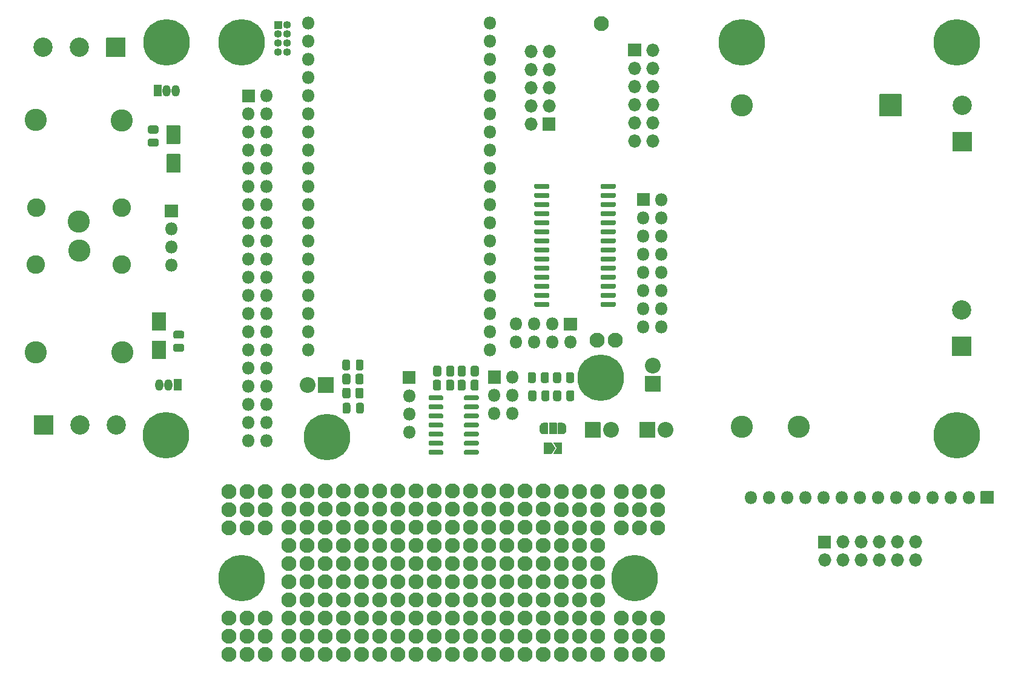
<source format=gbr>
G04 #@! TF.GenerationSoftware,KiCad,Pcbnew,(5.1.9)-1*
G04 #@! TF.CreationDate,2021-05-05T14:43:55+02:00*
G04 #@! TF.ProjectId,MTDevBoard,4d544465-7642-46f6-9172-642e6b696361,rev?*
G04 #@! TF.SameCoordinates,Original*
G04 #@! TF.FileFunction,Soldermask,Top*
G04 #@! TF.FilePolarity,Negative*
%FSLAX46Y46*%
G04 Gerber Fmt 4.6, Leading zero omitted, Abs format (unit mm)*
G04 Created by KiCad (PCBNEW (5.1.9)-1) date 2021-05-05 14:43:55*
%MOMM*%
%LPD*%
G01*
G04 APERTURE LIST*
%ADD10O,1.829200X1.829200*%
%ADD11O,1.102000X1.102000*%
%ADD12C,2.100980*%
%ADD13O,1.802000X1.802000*%
%ADD14C,0.100000*%
%ADD15C,2.202000*%
%ADD16C,6.502000*%
%ADD17C,3.102000*%
%ADD18C,2.602000*%
%ADD19C,2.702000*%
%ADD20O,1.152000X1.602000*%
G04 APERTURE END LIST*
D10*
X100030000Y-40570000D03*
X102570000Y-40570000D03*
X100030000Y-43110000D03*
X102570000Y-43110000D03*
X100030000Y-45650000D03*
X102570000Y-45650000D03*
X100030000Y-48190000D03*
X102570000Y-48190000D03*
X100030000Y-50730000D03*
G36*
G01*
X103484600Y-49866400D02*
X103484600Y-51593600D01*
G75*
G02*
X103433600Y-51644600I-51000J0D01*
G01*
X101706400Y-51644600D01*
G75*
G02*
X101655400Y-51593600I0J51000D01*
G01*
X101655400Y-49866400D01*
G75*
G02*
X101706400Y-49815400I51000J0D01*
G01*
X103433600Y-49815400D01*
G75*
G02*
X103484600Y-49866400I0J-51000D01*
G01*
G37*
G36*
G01*
X50950000Y-53541000D02*
X49150000Y-53541000D01*
G75*
G02*
X49099000Y-53490000I0J51000D01*
G01*
X49099000Y-50990000D01*
G75*
G02*
X49150000Y-50939000I51000J0D01*
G01*
X50950000Y-50939000D01*
G75*
G02*
X51001000Y-50990000I0J-51000D01*
G01*
X51001000Y-53490000D01*
G75*
G02*
X50950000Y-53541000I-51000J0D01*
G01*
G37*
G36*
G01*
X50950000Y-57541000D02*
X49150000Y-57541000D01*
G75*
G02*
X49099000Y-57490000I0J51000D01*
G01*
X49099000Y-54990000D01*
G75*
G02*
X49150000Y-54939000I51000J0D01*
G01*
X50950000Y-54939000D01*
G75*
G02*
X51001000Y-54990000I0J-51000D01*
G01*
X51001000Y-57490000D01*
G75*
G02*
X50950000Y-57541000I-51000J0D01*
G01*
G37*
G36*
G01*
X47140000Y-81039000D02*
X48940000Y-81039000D01*
G75*
G02*
X48991000Y-81090000I0J-51000D01*
G01*
X48991000Y-83590000D01*
G75*
G02*
X48940000Y-83641000I-51000J0D01*
G01*
X47140000Y-83641000D01*
G75*
G02*
X47089000Y-83590000I0J51000D01*
G01*
X47089000Y-81090000D01*
G75*
G02*
X47140000Y-81039000I51000J0D01*
G01*
G37*
G36*
G01*
X47140000Y-77039000D02*
X48940000Y-77039000D01*
G75*
G02*
X48991000Y-77090000I0J-51000D01*
G01*
X48991000Y-79590000D01*
G75*
G02*
X48940000Y-79641000I-51000J0D01*
G01*
X47140000Y-79641000D01*
G75*
G02*
X47089000Y-79590000I0J51000D01*
G01*
X47089000Y-77090000D01*
G75*
G02*
X47140000Y-77039000I51000J0D01*
G01*
G37*
D11*
X65960000Y-40680000D03*
X64690000Y-40680000D03*
X65960000Y-39410000D03*
X64690000Y-39410000D03*
X65960000Y-38140000D03*
X64690000Y-38140000D03*
X65960000Y-36870000D03*
G36*
G01*
X64139000Y-37370000D02*
X64139000Y-36370000D01*
G75*
G02*
X64190000Y-36319000I51000J0D01*
G01*
X65190000Y-36319000D01*
G75*
G02*
X65241000Y-36370000I0J-51000D01*
G01*
X65241000Y-37370000D01*
G75*
G02*
X65190000Y-37421000I-51000J0D01*
G01*
X64190000Y-37421000D01*
G75*
G02*
X64139000Y-37370000I0J51000D01*
G01*
G37*
G36*
G01*
X140236400Y-108285400D02*
X141963600Y-108285400D01*
G75*
G02*
X142014600Y-108336400I0J-51000D01*
G01*
X142014600Y-110063600D01*
G75*
G02*
X141963600Y-110114600I-51000J0D01*
G01*
X140236400Y-110114600D01*
G75*
G02*
X140185400Y-110063600I0J51000D01*
G01*
X140185400Y-108336400D01*
G75*
G02*
X140236400Y-108285400I51000J0D01*
G01*
G37*
D10*
X141100000Y-111740000D03*
X143640000Y-109200000D03*
X143640000Y-111740000D03*
X146180000Y-109200000D03*
X146180000Y-111740000D03*
X148720000Y-109200000D03*
X148720000Y-111740000D03*
X151260000Y-109200000D03*
X151260000Y-111740000D03*
X153800000Y-109200000D03*
X153800000Y-111740000D03*
D12*
X109900000Y-36670000D03*
G36*
G01*
X113615400Y-41253600D02*
X113615400Y-39526400D01*
G75*
G02*
X113666400Y-39475400I51000J0D01*
G01*
X115393600Y-39475400D01*
G75*
G02*
X115444600Y-39526400I0J-51000D01*
G01*
X115444600Y-41253600D01*
G75*
G02*
X115393600Y-41304600I-51000J0D01*
G01*
X113666400Y-41304600D01*
G75*
G02*
X113615400Y-41253600I0J51000D01*
G01*
G37*
D10*
X117070000Y-40390000D03*
X114530000Y-42930000D03*
X117070000Y-42930000D03*
X114530000Y-45470000D03*
X117070000Y-45470000D03*
X114530000Y-48010000D03*
X117070000Y-48010000D03*
X114530000Y-50550000D03*
X117070000Y-50550000D03*
X114530000Y-53090000D03*
X117070000Y-53090000D03*
D13*
X68900000Y-82360000D03*
X94300000Y-82360000D03*
X68900000Y-79820000D03*
X94300000Y-79820000D03*
X68900000Y-77280000D03*
X94300000Y-77280000D03*
X68900000Y-74740000D03*
X94300000Y-74740000D03*
X68900000Y-72200000D03*
X94300000Y-72200000D03*
X68900000Y-69660000D03*
X94300000Y-69660000D03*
X68900000Y-67120000D03*
X94300000Y-67120000D03*
X68900000Y-64580000D03*
X94300000Y-64580000D03*
X68900000Y-62040000D03*
X94300000Y-62040000D03*
X68900000Y-59500000D03*
X94300000Y-59500000D03*
X68900000Y-56960000D03*
X94300000Y-56960000D03*
X68900000Y-54420000D03*
X94300000Y-54420000D03*
X68900000Y-51880000D03*
X94300000Y-51880000D03*
X68900000Y-49340000D03*
X94300000Y-49340000D03*
X68900000Y-46800000D03*
X94300000Y-46800000D03*
X68900000Y-44260000D03*
X94300000Y-44260000D03*
X68900000Y-41720000D03*
X94300000Y-41720000D03*
X68900000Y-39180000D03*
X94300000Y-39180000D03*
X68900000Y-36640000D03*
X94300000Y-36640000D03*
D12*
X109272000Y-80960000D03*
X111812000Y-80960000D03*
G36*
G01*
X102573000Y-94080000D02*
X102573000Y-92580000D01*
G75*
G02*
X102624000Y-92529000I51000J0D01*
G01*
X103624000Y-92529000D01*
G75*
G02*
X103675000Y-92580000I0J-51000D01*
G01*
X103675000Y-94080000D01*
G75*
G02*
X103624000Y-94131000I-51000J0D01*
G01*
X102624000Y-94131000D01*
G75*
G02*
X102573000Y-94080000I0J51000D01*
G01*
G37*
D14*
G36*
X104430112Y-92529602D02*
G01*
X104448534Y-92529602D01*
X104453533Y-92529848D01*
X104502364Y-92534658D01*
X104507314Y-92535392D01*
X104555439Y-92544964D01*
X104560295Y-92546180D01*
X104607250Y-92560424D01*
X104611961Y-92562110D01*
X104657294Y-92580887D01*
X104661820Y-92583027D01*
X104705093Y-92606158D01*
X104709384Y-92608731D01*
X104750183Y-92635991D01*
X104754204Y-92638973D01*
X104792133Y-92670101D01*
X104795841Y-92673462D01*
X104830538Y-92708159D01*
X104833899Y-92711867D01*
X104865027Y-92749796D01*
X104868009Y-92753817D01*
X104895269Y-92794616D01*
X104897842Y-92798907D01*
X104920973Y-92842180D01*
X104923113Y-92846706D01*
X104941890Y-92892039D01*
X104943576Y-92896750D01*
X104957820Y-92943705D01*
X104959036Y-92948561D01*
X104968608Y-92996686D01*
X104969342Y-93001636D01*
X104974152Y-93050467D01*
X104974398Y-93055466D01*
X104974398Y-93073888D01*
X104975000Y-93080000D01*
X104975000Y-93580000D01*
X104974398Y-93586112D01*
X104974398Y-93604534D01*
X104974152Y-93609533D01*
X104969342Y-93658364D01*
X104968608Y-93663314D01*
X104959036Y-93711439D01*
X104957820Y-93716295D01*
X104943576Y-93763250D01*
X104941890Y-93767961D01*
X104923113Y-93813294D01*
X104920973Y-93817820D01*
X104897842Y-93861093D01*
X104895269Y-93865384D01*
X104868009Y-93906183D01*
X104865027Y-93910204D01*
X104833899Y-93948133D01*
X104830538Y-93951841D01*
X104795841Y-93986538D01*
X104792133Y-93989899D01*
X104754204Y-94021027D01*
X104750183Y-94024009D01*
X104709384Y-94051269D01*
X104705093Y-94053842D01*
X104661820Y-94076973D01*
X104657294Y-94079113D01*
X104611961Y-94097890D01*
X104607250Y-94099576D01*
X104560295Y-94113820D01*
X104555439Y-94115036D01*
X104507314Y-94124608D01*
X104502364Y-94125342D01*
X104453533Y-94130152D01*
X104448534Y-94130398D01*
X104430112Y-94130398D01*
X104424000Y-94131000D01*
X103874000Y-94131000D01*
X103864050Y-94130020D01*
X103854483Y-94127118D01*
X103845666Y-94122405D01*
X103837938Y-94116062D01*
X103831595Y-94108334D01*
X103826882Y-94099517D01*
X103823980Y-94089950D01*
X103823000Y-94080000D01*
X103823000Y-92580000D01*
X103823980Y-92570050D01*
X103826882Y-92560483D01*
X103831595Y-92551666D01*
X103837938Y-92543938D01*
X103845666Y-92537595D01*
X103854483Y-92532882D01*
X103864050Y-92529980D01*
X103874000Y-92529000D01*
X104424000Y-92529000D01*
X104430112Y-92529602D01*
G37*
G36*
X102383950Y-92529980D02*
G01*
X102393517Y-92532882D01*
X102402334Y-92537595D01*
X102410062Y-92543938D01*
X102416405Y-92551666D01*
X102421118Y-92560483D01*
X102424020Y-92570050D01*
X102425000Y-92580000D01*
X102425000Y-94080000D01*
X102424020Y-94089950D01*
X102421118Y-94099517D01*
X102416405Y-94108334D01*
X102410062Y-94116062D01*
X102402334Y-94122405D01*
X102393517Y-94127118D01*
X102383950Y-94130020D01*
X102374000Y-94131000D01*
X101824000Y-94131000D01*
X101817888Y-94130398D01*
X101799466Y-94130398D01*
X101794467Y-94130152D01*
X101745636Y-94125342D01*
X101740686Y-94124608D01*
X101692561Y-94115036D01*
X101687705Y-94113820D01*
X101640750Y-94099576D01*
X101636039Y-94097890D01*
X101590706Y-94079113D01*
X101586180Y-94076973D01*
X101542907Y-94053842D01*
X101538616Y-94051269D01*
X101497817Y-94024009D01*
X101493796Y-94021027D01*
X101455867Y-93989899D01*
X101452159Y-93986538D01*
X101417462Y-93951841D01*
X101414101Y-93948133D01*
X101382973Y-93910204D01*
X101379991Y-93906183D01*
X101352731Y-93865384D01*
X101350158Y-93861093D01*
X101327027Y-93817820D01*
X101324887Y-93813294D01*
X101306110Y-93767961D01*
X101304424Y-93763250D01*
X101290180Y-93716295D01*
X101288964Y-93711439D01*
X101279392Y-93663314D01*
X101278658Y-93658364D01*
X101273848Y-93609533D01*
X101273602Y-93604534D01*
X101273602Y-93586112D01*
X101273000Y-93580000D01*
X101273000Y-93080000D01*
X101273602Y-93073888D01*
X101273602Y-93055466D01*
X101273848Y-93050467D01*
X101278658Y-93001636D01*
X101279392Y-92996686D01*
X101288964Y-92948561D01*
X101290180Y-92943705D01*
X101304424Y-92896750D01*
X101306110Y-92892039D01*
X101324887Y-92846706D01*
X101327027Y-92842180D01*
X101350158Y-92798907D01*
X101352731Y-92794616D01*
X101379991Y-92753817D01*
X101382973Y-92749796D01*
X101414101Y-92711867D01*
X101417462Y-92708159D01*
X101452159Y-92673462D01*
X101455867Y-92670101D01*
X101493796Y-92638973D01*
X101497817Y-92635991D01*
X101538616Y-92608731D01*
X101542907Y-92606158D01*
X101586180Y-92583027D01*
X101590706Y-92580887D01*
X101636039Y-92562110D01*
X101640750Y-92560424D01*
X101687705Y-92546180D01*
X101692561Y-92544964D01*
X101740686Y-92535392D01*
X101745636Y-92534658D01*
X101794467Y-92529848D01*
X101799466Y-92529602D01*
X101817888Y-92529602D01*
X101824000Y-92529000D01*
X102374000Y-92529000D01*
X102383950Y-92529980D01*
G37*
D13*
X83020000Y-93820000D03*
X83020000Y-91280000D03*
X83020000Y-88740000D03*
G36*
G01*
X82119000Y-87050000D02*
X82119000Y-85350000D01*
G75*
G02*
X82170000Y-85299000I51000J0D01*
G01*
X83870000Y-85299000D01*
G75*
G02*
X83921000Y-85350000I0J-51000D01*
G01*
X83921000Y-87050000D01*
G75*
G02*
X83870000Y-87101000I-51000J0D01*
G01*
X82170000Y-87101000D01*
G75*
G02*
X82119000Y-87050000I0J51000D01*
G01*
G37*
X97480000Y-91210000D03*
X94940000Y-91210000D03*
X97480000Y-88670000D03*
X94940000Y-88670000D03*
X97480000Y-86130000D03*
G36*
G01*
X94039000Y-86980000D02*
X94039000Y-85280000D01*
G75*
G02*
X94090000Y-85229000I51000J0D01*
G01*
X95790000Y-85229000D01*
G75*
G02*
X95841000Y-85280000I0J-51000D01*
G01*
X95841000Y-86980000D01*
G75*
G02*
X95790000Y-87031000I-51000J0D01*
G01*
X94090000Y-87031000D01*
G75*
G02*
X94039000Y-86980000I0J51000D01*
G01*
G37*
G36*
G01*
X90689000Y-89215500D02*
X90689000Y-88864500D01*
G75*
G02*
X90864500Y-88689000I175500J0D01*
G01*
X92565500Y-88689000D01*
G75*
G02*
X92741000Y-88864500I0J-175500D01*
G01*
X92741000Y-89215500D01*
G75*
G02*
X92565500Y-89391000I-175500J0D01*
G01*
X90864500Y-89391000D01*
G75*
G02*
X90689000Y-89215500I0J175500D01*
G01*
G37*
G36*
G01*
X90689000Y-90485500D02*
X90689000Y-90134500D01*
G75*
G02*
X90864500Y-89959000I175500J0D01*
G01*
X92565500Y-89959000D01*
G75*
G02*
X92741000Y-90134500I0J-175500D01*
G01*
X92741000Y-90485500D01*
G75*
G02*
X92565500Y-90661000I-175500J0D01*
G01*
X90864500Y-90661000D01*
G75*
G02*
X90689000Y-90485500I0J175500D01*
G01*
G37*
G36*
G01*
X90689000Y-91755500D02*
X90689000Y-91404500D01*
G75*
G02*
X90864500Y-91229000I175500J0D01*
G01*
X92565500Y-91229000D01*
G75*
G02*
X92741000Y-91404500I0J-175500D01*
G01*
X92741000Y-91755500D01*
G75*
G02*
X92565500Y-91931000I-175500J0D01*
G01*
X90864500Y-91931000D01*
G75*
G02*
X90689000Y-91755500I0J175500D01*
G01*
G37*
G36*
G01*
X90689000Y-93025500D02*
X90689000Y-92674500D01*
G75*
G02*
X90864500Y-92499000I175500J0D01*
G01*
X92565500Y-92499000D01*
G75*
G02*
X92741000Y-92674500I0J-175500D01*
G01*
X92741000Y-93025500D01*
G75*
G02*
X92565500Y-93201000I-175500J0D01*
G01*
X90864500Y-93201000D01*
G75*
G02*
X90689000Y-93025500I0J175500D01*
G01*
G37*
G36*
G01*
X90689000Y-94295500D02*
X90689000Y-93944500D01*
G75*
G02*
X90864500Y-93769000I175500J0D01*
G01*
X92565500Y-93769000D01*
G75*
G02*
X92741000Y-93944500I0J-175500D01*
G01*
X92741000Y-94295500D01*
G75*
G02*
X92565500Y-94471000I-175500J0D01*
G01*
X90864500Y-94471000D01*
G75*
G02*
X90689000Y-94295500I0J175500D01*
G01*
G37*
G36*
G01*
X90689000Y-95565500D02*
X90689000Y-95214500D01*
G75*
G02*
X90864500Y-95039000I175500J0D01*
G01*
X92565500Y-95039000D01*
G75*
G02*
X92741000Y-95214500I0J-175500D01*
G01*
X92741000Y-95565500D01*
G75*
G02*
X92565500Y-95741000I-175500J0D01*
G01*
X90864500Y-95741000D01*
G75*
G02*
X90689000Y-95565500I0J175500D01*
G01*
G37*
G36*
G01*
X90689000Y-96835500D02*
X90689000Y-96484500D01*
G75*
G02*
X90864500Y-96309000I175500J0D01*
G01*
X92565500Y-96309000D01*
G75*
G02*
X92741000Y-96484500I0J-175500D01*
G01*
X92741000Y-96835500D01*
G75*
G02*
X92565500Y-97011000I-175500J0D01*
G01*
X90864500Y-97011000D01*
G75*
G02*
X90689000Y-96835500I0J175500D01*
G01*
G37*
G36*
G01*
X85739000Y-96835500D02*
X85739000Y-96484500D01*
G75*
G02*
X85914500Y-96309000I175500J0D01*
G01*
X87615500Y-96309000D01*
G75*
G02*
X87791000Y-96484500I0J-175500D01*
G01*
X87791000Y-96835500D01*
G75*
G02*
X87615500Y-97011000I-175500J0D01*
G01*
X85914500Y-97011000D01*
G75*
G02*
X85739000Y-96835500I0J175500D01*
G01*
G37*
G36*
G01*
X85739000Y-95565500D02*
X85739000Y-95214500D01*
G75*
G02*
X85914500Y-95039000I175500J0D01*
G01*
X87615500Y-95039000D01*
G75*
G02*
X87791000Y-95214500I0J-175500D01*
G01*
X87791000Y-95565500D01*
G75*
G02*
X87615500Y-95741000I-175500J0D01*
G01*
X85914500Y-95741000D01*
G75*
G02*
X85739000Y-95565500I0J175500D01*
G01*
G37*
G36*
G01*
X85739000Y-94295500D02*
X85739000Y-93944500D01*
G75*
G02*
X85914500Y-93769000I175500J0D01*
G01*
X87615500Y-93769000D01*
G75*
G02*
X87791000Y-93944500I0J-175500D01*
G01*
X87791000Y-94295500D01*
G75*
G02*
X87615500Y-94471000I-175500J0D01*
G01*
X85914500Y-94471000D01*
G75*
G02*
X85739000Y-94295500I0J175500D01*
G01*
G37*
G36*
G01*
X85739000Y-93025500D02*
X85739000Y-92674500D01*
G75*
G02*
X85914500Y-92499000I175500J0D01*
G01*
X87615500Y-92499000D01*
G75*
G02*
X87791000Y-92674500I0J-175500D01*
G01*
X87791000Y-93025500D01*
G75*
G02*
X87615500Y-93201000I-175500J0D01*
G01*
X85914500Y-93201000D01*
G75*
G02*
X85739000Y-93025500I0J175500D01*
G01*
G37*
G36*
G01*
X85739000Y-91755500D02*
X85739000Y-91404500D01*
G75*
G02*
X85914500Y-91229000I175500J0D01*
G01*
X87615500Y-91229000D01*
G75*
G02*
X87791000Y-91404500I0J-175500D01*
G01*
X87791000Y-91755500D01*
G75*
G02*
X87615500Y-91931000I-175500J0D01*
G01*
X85914500Y-91931000D01*
G75*
G02*
X85739000Y-91755500I0J175500D01*
G01*
G37*
G36*
G01*
X85739000Y-90485500D02*
X85739000Y-90134500D01*
G75*
G02*
X85914500Y-89959000I175500J0D01*
G01*
X87615500Y-89959000D01*
G75*
G02*
X87791000Y-90134500I0J-175500D01*
G01*
X87791000Y-90485500D01*
G75*
G02*
X87615500Y-90661000I-175500J0D01*
G01*
X85914500Y-90661000D01*
G75*
G02*
X85739000Y-90485500I0J175500D01*
G01*
G37*
G36*
G01*
X85739000Y-89215500D02*
X85739000Y-88864500D01*
G75*
G02*
X85914500Y-88689000I175500J0D01*
G01*
X87615500Y-88689000D01*
G75*
G02*
X87791000Y-88864500I0J-175500D01*
G01*
X87791000Y-89215500D01*
G75*
G02*
X87615500Y-89391000I-175500J0D01*
G01*
X85914500Y-89391000D01*
G75*
G02*
X85739000Y-89215500I0J175500D01*
G01*
G37*
X97940000Y-81260000D03*
X97940000Y-78720000D03*
X100480000Y-81260000D03*
X100480000Y-78720000D03*
X103020000Y-81260000D03*
X103020000Y-78720000D03*
X105560000Y-81260000D03*
G36*
G01*
X104710000Y-77819000D02*
X106410000Y-77819000D01*
G75*
G02*
X106461000Y-77870000I0J-51000D01*
G01*
X106461000Y-79570000D01*
G75*
G02*
X106410000Y-79621000I-51000J0D01*
G01*
X104710000Y-79621000D01*
G75*
G02*
X104659000Y-79570000I0J51000D01*
G01*
X104659000Y-77870000D01*
G75*
G02*
X104710000Y-77819000I51000J0D01*
G01*
G37*
G36*
G01*
X109774000Y-59625500D02*
X109774000Y-59274500D01*
G75*
G02*
X109949500Y-59099000I175500J0D01*
G01*
X111750500Y-59099000D01*
G75*
G02*
X111926000Y-59274500I0J-175500D01*
G01*
X111926000Y-59625500D01*
G75*
G02*
X111750500Y-59801000I-175500J0D01*
G01*
X109949500Y-59801000D01*
G75*
G02*
X109774000Y-59625500I0J175500D01*
G01*
G37*
G36*
G01*
X109774000Y-60895500D02*
X109774000Y-60544500D01*
G75*
G02*
X109949500Y-60369000I175500J0D01*
G01*
X111750500Y-60369000D01*
G75*
G02*
X111926000Y-60544500I0J-175500D01*
G01*
X111926000Y-60895500D01*
G75*
G02*
X111750500Y-61071000I-175500J0D01*
G01*
X109949500Y-61071000D01*
G75*
G02*
X109774000Y-60895500I0J175500D01*
G01*
G37*
G36*
G01*
X109774000Y-62165500D02*
X109774000Y-61814500D01*
G75*
G02*
X109949500Y-61639000I175500J0D01*
G01*
X111750500Y-61639000D01*
G75*
G02*
X111926000Y-61814500I0J-175500D01*
G01*
X111926000Y-62165500D01*
G75*
G02*
X111750500Y-62341000I-175500J0D01*
G01*
X109949500Y-62341000D01*
G75*
G02*
X109774000Y-62165500I0J175500D01*
G01*
G37*
G36*
G01*
X109774000Y-63435500D02*
X109774000Y-63084500D01*
G75*
G02*
X109949500Y-62909000I175500J0D01*
G01*
X111750500Y-62909000D01*
G75*
G02*
X111926000Y-63084500I0J-175500D01*
G01*
X111926000Y-63435500D01*
G75*
G02*
X111750500Y-63611000I-175500J0D01*
G01*
X109949500Y-63611000D01*
G75*
G02*
X109774000Y-63435500I0J175500D01*
G01*
G37*
G36*
G01*
X109774000Y-64705500D02*
X109774000Y-64354500D01*
G75*
G02*
X109949500Y-64179000I175500J0D01*
G01*
X111750500Y-64179000D01*
G75*
G02*
X111926000Y-64354500I0J-175500D01*
G01*
X111926000Y-64705500D01*
G75*
G02*
X111750500Y-64881000I-175500J0D01*
G01*
X109949500Y-64881000D01*
G75*
G02*
X109774000Y-64705500I0J175500D01*
G01*
G37*
G36*
G01*
X109774000Y-65975500D02*
X109774000Y-65624500D01*
G75*
G02*
X109949500Y-65449000I175500J0D01*
G01*
X111750500Y-65449000D01*
G75*
G02*
X111926000Y-65624500I0J-175500D01*
G01*
X111926000Y-65975500D01*
G75*
G02*
X111750500Y-66151000I-175500J0D01*
G01*
X109949500Y-66151000D01*
G75*
G02*
X109774000Y-65975500I0J175500D01*
G01*
G37*
G36*
G01*
X109774000Y-67245500D02*
X109774000Y-66894500D01*
G75*
G02*
X109949500Y-66719000I175500J0D01*
G01*
X111750500Y-66719000D01*
G75*
G02*
X111926000Y-66894500I0J-175500D01*
G01*
X111926000Y-67245500D01*
G75*
G02*
X111750500Y-67421000I-175500J0D01*
G01*
X109949500Y-67421000D01*
G75*
G02*
X109774000Y-67245500I0J175500D01*
G01*
G37*
G36*
G01*
X109774000Y-68515500D02*
X109774000Y-68164500D01*
G75*
G02*
X109949500Y-67989000I175500J0D01*
G01*
X111750500Y-67989000D01*
G75*
G02*
X111926000Y-68164500I0J-175500D01*
G01*
X111926000Y-68515500D01*
G75*
G02*
X111750500Y-68691000I-175500J0D01*
G01*
X109949500Y-68691000D01*
G75*
G02*
X109774000Y-68515500I0J175500D01*
G01*
G37*
G36*
G01*
X109774000Y-69785500D02*
X109774000Y-69434500D01*
G75*
G02*
X109949500Y-69259000I175500J0D01*
G01*
X111750500Y-69259000D01*
G75*
G02*
X111926000Y-69434500I0J-175500D01*
G01*
X111926000Y-69785500D01*
G75*
G02*
X111750500Y-69961000I-175500J0D01*
G01*
X109949500Y-69961000D01*
G75*
G02*
X109774000Y-69785500I0J175500D01*
G01*
G37*
G36*
G01*
X109774000Y-71055500D02*
X109774000Y-70704500D01*
G75*
G02*
X109949500Y-70529000I175500J0D01*
G01*
X111750500Y-70529000D01*
G75*
G02*
X111926000Y-70704500I0J-175500D01*
G01*
X111926000Y-71055500D01*
G75*
G02*
X111750500Y-71231000I-175500J0D01*
G01*
X109949500Y-71231000D01*
G75*
G02*
X109774000Y-71055500I0J175500D01*
G01*
G37*
G36*
G01*
X109774000Y-72325500D02*
X109774000Y-71974500D01*
G75*
G02*
X109949500Y-71799000I175500J0D01*
G01*
X111750500Y-71799000D01*
G75*
G02*
X111926000Y-71974500I0J-175500D01*
G01*
X111926000Y-72325500D01*
G75*
G02*
X111750500Y-72501000I-175500J0D01*
G01*
X109949500Y-72501000D01*
G75*
G02*
X109774000Y-72325500I0J175500D01*
G01*
G37*
G36*
G01*
X109774000Y-73595500D02*
X109774000Y-73244500D01*
G75*
G02*
X109949500Y-73069000I175500J0D01*
G01*
X111750500Y-73069000D01*
G75*
G02*
X111926000Y-73244500I0J-175500D01*
G01*
X111926000Y-73595500D01*
G75*
G02*
X111750500Y-73771000I-175500J0D01*
G01*
X109949500Y-73771000D01*
G75*
G02*
X109774000Y-73595500I0J175500D01*
G01*
G37*
G36*
G01*
X109774000Y-74865500D02*
X109774000Y-74514500D01*
G75*
G02*
X109949500Y-74339000I175500J0D01*
G01*
X111750500Y-74339000D01*
G75*
G02*
X111926000Y-74514500I0J-175500D01*
G01*
X111926000Y-74865500D01*
G75*
G02*
X111750500Y-75041000I-175500J0D01*
G01*
X109949500Y-75041000D01*
G75*
G02*
X109774000Y-74865500I0J175500D01*
G01*
G37*
G36*
G01*
X109774000Y-76135500D02*
X109774000Y-75784500D01*
G75*
G02*
X109949500Y-75609000I175500J0D01*
G01*
X111750500Y-75609000D01*
G75*
G02*
X111926000Y-75784500I0J-175500D01*
G01*
X111926000Y-76135500D01*
G75*
G02*
X111750500Y-76311000I-175500J0D01*
G01*
X109949500Y-76311000D01*
G75*
G02*
X109774000Y-76135500I0J175500D01*
G01*
G37*
G36*
G01*
X100474000Y-76135500D02*
X100474000Y-75784500D01*
G75*
G02*
X100649500Y-75609000I175500J0D01*
G01*
X102450500Y-75609000D01*
G75*
G02*
X102626000Y-75784500I0J-175500D01*
G01*
X102626000Y-76135500D01*
G75*
G02*
X102450500Y-76311000I-175500J0D01*
G01*
X100649500Y-76311000D01*
G75*
G02*
X100474000Y-76135500I0J175500D01*
G01*
G37*
G36*
G01*
X100474000Y-74865500D02*
X100474000Y-74514500D01*
G75*
G02*
X100649500Y-74339000I175500J0D01*
G01*
X102450500Y-74339000D01*
G75*
G02*
X102626000Y-74514500I0J-175500D01*
G01*
X102626000Y-74865500D01*
G75*
G02*
X102450500Y-75041000I-175500J0D01*
G01*
X100649500Y-75041000D01*
G75*
G02*
X100474000Y-74865500I0J175500D01*
G01*
G37*
G36*
G01*
X100474000Y-73595500D02*
X100474000Y-73244500D01*
G75*
G02*
X100649500Y-73069000I175500J0D01*
G01*
X102450500Y-73069000D01*
G75*
G02*
X102626000Y-73244500I0J-175500D01*
G01*
X102626000Y-73595500D01*
G75*
G02*
X102450500Y-73771000I-175500J0D01*
G01*
X100649500Y-73771000D01*
G75*
G02*
X100474000Y-73595500I0J175500D01*
G01*
G37*
G36*
G01*
X100474000Y-72325500D02*
X100474000Y-71974500D01*
G75*
G02*
X100649500Y-71799000I175500J0D01*
G01*
X102450500Y-71799000D01*
G75*
G02*
X102626000Y-71974500I0J-175500D01*
G01*
X102626000Y-72325500D01*
G75*
G02*
X102450500Y-72501000I-175500J0D01*
G01*
X100649500Y-72501000D01*
G75*
G02*
X100474000Y-72325500I0J175500D01*
G01*
G37*
G36*
G01*
X100474000Y-71055500D02*
X100474000Y-70704500D01*
G75*
G02*
X100649500Y-70529000I175500J0D01*
G01*
X102450500Y-70529000D01*
G75*
G02*
X102626000Y-70704500I0J-175500D01*
G01*
X102626000Y-71055500D01*
G75*
G02*
X102450500Y-71231000I-175500J0D01*
G01*
X100649500Y-71231000D01*
G75*
G02*
X100474000Y-71055500I0J175500D01*
G01*
G37*
G36*
G01*
X100474000Y-69785500D02*
X100474000Y-69434500D01*
G75*
G02*
X100649500Y-69259000I175500J0D01*
G01*
X102450500Y-69259000D01*
G75*
G02*
X102626000Y-69434500I0J-175500D01*
G01*
X102626000Y-69785500D01*
G75*
G02*
X102450500Y-69961000I-175500J0D01*
G01*
X100649500Y-69961000D01*
G75*
G02*
X100474000Y-69785500I0J175500D01*
G01*
G37*
G36*
G01*
X100474000Y-68515500D02*
X100474000Y-68164500D01*
G75*
G02*
X100649500Y-67989000I175500J0D01*
G01*
X102450500Y-67989000D01*
G75*
G02*
X102626000Y-68164500I0J-175500D01*
G01*
X102626000Y-68515500D01*
G75*
G02*
X102450500Y-68691000I-175500J0D01*
G01*
X100649500Y-68691000D01*
G75*
G02*
X100474000Y-68515500I0J175500D01*
G01*
G37*
G36*
G01*
X100474000Y-67245500D02*
X100474000Y-66894500D01*
G75*
G02*
X100649500Y-66719000I175500J0D01*
G01*
X102450500Y-66719000D01*
G75*
G02*
X102626000Y-66894500I0J-175500D01*
G01*
X102626000Y-67245500D01*
G75*
G02*
X102450500Y-67421000I-175500J0D01*
G01*
X100649500Y-67421000D01*
G75*
G02*
X100474000Y-67245500I0J175500D01*
G01*
G37*
G36*
G01*
X100474000Y-65975500D02*
X100474000Y-65624500D01*
G75*
G02*
X100649500Y-65449000I175500J0D01*
G01*
X102450500Y-65449000D01*
G75*
G02*
X102626000Y-65624500I0J-175500D01*
G01*
X102626000Y-65975500D01*
G75*
G02*
X102450500Y-66151000I-175500J0D01*
G01*
X100649500Y-66151000D01*
G75*
G02*
X100474000Y-65975500I0J175500D01*
G01*
G37*
G36*
G01*
X100474000Y-64705500D02*
X100474000Y-64354500D01*
G75*
G02*
X100649500Y-64179000I175500J0D01*
G01*
X102450500Y-64179000D01*
G75*
G02*
X102626000Y-64354500I0J-175500D01*
G01*
X102626000Y-64705500D01*
G75*
G02*
X102450500Y-64881000I-175500J0D01*
G01*
X100649500Y-64881000D01*
G75*
G02*
X100474000Y-64705500I0J175500D01*
G01*
G37*
G36*
G01*
X100474000Y-63435500D02*
X100474000Y-63084500D01*
G75*
G02*
X100649500Y-62909000I175500J0D01*
G01*
X102450500Y-62909000D01*
G75*
G02*
X102626000Y-63084500I0J-175500D01*
G01*
X102626000Y-63435500D01*
G75*
G02*
X102450500Y-63611000I-175500J0D01*
G01*
X100649500Y-63611000D01*
G75*
G02*
X100474000Y-63435500I0J175500D01*
G01*
G37*
G36*
G01*
X100474000Y-62165500D02*
X100474000Y-61814500D01*
G75*
G02*
X100649500Y-61639000I175500J0D01*
G01*
X102450500Y-61639000D01*
G75*
G02*
X102626000Y-61814500I0J-175500D01*
G01*
X102626000Y-62165500D01*
G75*
G02*
X102450500Y-62341000I-175500J0D01*
G01*
X100649500Y-62341000D01*
G75*
G02*
X100474000Y-62165500I0J175500D01*
G01*
G37*
G36*
G01*
X100474000Y-60895500D02*
X100474000Y-60544500D01*
G75*
G02*
X100649500Y-60369000I175500J0D01*
G01*
X102450500Y-60369000D01*
G75*
G02*
X102626000Y-60544500I0J-175500D01*
G01*
X102626000Y-60895500D01*
G75*
G02*
X102450500Y-61071000I-175500J0D01*
G01*
X100649500Y-61071000D01*
G75*
G02*
X100474000Y-60895500I0J175500D01*
G01*
G37*
G36*
G01*
X100474000Y-59625500D02*
X100474000Y-59274500D01*
G75*
G02*
X100649500Y-59099000I175500J0D01*
G01*
X102450500Y-59099000D01*
G75*
G02*
X102626000Y-59274500I0J-175500D01*
G01*
X102626000Y-59625500D01*
G75*
G02*
X102450500Y-59801000I-175500J0D01*
G01*
X100649500Y-59801000D01*
G75*
G02*
X100474000Y-59625500I0J175500D01*
G01*
G37*
G36*
G01*
X75559000Y-84911750D02*
X75559000Y-83948250D01*
G75*
G02*
X75828250Y-83679000I269250J0D01*
G01*
X76366750Y-83679000D01*
G75*
G02*
X76636000Y-83948250I0J-269250D01*
G01*
X76636000Y-84911750D01*
G75*
G02*
X76366750Y-85181000I-269250J0D01*
G01*
X75828250Y-85181000D01*
G75*
G02*
X75559000Y-84911750I0J269250D01*
G01*
G37*
G36*
G01*
X73684000Y-84911750D02*
X73684000Y-83948250D01*
G75*
G02*
X73953250Y-83679000I269250J0D01*
G01*
X74491750Y-83679000D01*
G75*
G02*
X74761000Y-83948250I0J-269250D01*
G01*
X74761000Y-84911750D01*
G75*
G02*
X74491750Y-85181000I-269250J0D01*
G01*
X73953250Y-85181000D01*
G75*
G02*
X73684000Y-84911750I0J269250D01*
G01*
G37*
G36*
G01*
X75589000Y-90961750D02*
X75589000Y-89998250D01*
G75*
G02*
X75858250Y-89729000I269250J0D01*
G01*
X76396750Y-89729000D01*
G75*
G02*
X76666000Y-89998250I0J-269250D01*
G01*
X76666000Y-90961750D01*
G75*
G02*
X76396750Y-91231000I-269250J0D01*
G01*
X75858250Y-91231000D01*
G75*
G02*
X75589000Y-90961750I0J269250D01*
G01*
G37*
G36*
G01*
X73714000Y-90961750D02*
X73714000Y-89998250D01*
G75*
G02*
X73983250Y-89729000I269250J0D01*
G01*
X74521750Y-89729000D01*
G75*
G02*
X74791000Y-89998250I0J-269250D01*
G01*
X74791000Y-90961750D01*
G75*
G02*
X74521750Y-91231000I-269250J0D01*
G01*
X73983250Y-91231000D01*
G75*
G02*
X73714000Y-90961750I0J269250D01*
G01*
G37*
X118280000Y-79080000D03*
X115740000Y-79080000D03*
X118280000Y-76540000D03*
X115740000Y-76540000D03*
X118280000Y-74000000D03*
X115740000Y-74000000D03*
X118280000Y-71460000D03*
X115740000Y-71460000D03*
X118280000Y-68920000D03*
X115740000Y-68920000D03*
X118280000Y-66380000D03*
X115740000Y-66380000D03*
X118280000Y-63840000D03*
X115740000Y-63840000D03*
X118280000Y-61300000D03*
G36*
G01*
X114839000Y-62150000D02*
X114839000Y-60450000D01*
G75*
G02*
X114890000Y-60399000I51000J0D01*
G01*
X116590000Y-60399000D01*
G75*
G02*
X116641000Y-60450000I0J-51000D01*
G01*
X116641000Y-62150000D01*
G75*
G02*
X116590000Y-62201000I-51000J0D01*
G01*
X114890000Y-62201000D01*
G75*
G02*
X114839000Y-62150000I0J51000D01*
G01*
G37*
D15*
X117120000Y-84490000D03*
G36*
G01*
X118170000Y-88131000D02*
X116070000Y-88131000D01*
G75*
G02*
X116019000Y-88080000I0J51000D01*
G01*
X116019000Y-85980000D01*
G75*
G02*
X116070000Y-85929000I51000J0D01*
G01*
X118170000Y-85929000D01*
G75*
G02*
X118221000Y-85980000I0J-51000D01*
G01*
X118221000Y-88080000D01*
G75*
G02*
X118170000Y-88131000I-51000J0D01*
G01*
G37*
X68820000Y-87270000D03*
G36*
G01*
X72461000Y-86220000D02*
X72461000Y-88320000D01*
G75*
G02*
X72410000Y-88371000I-51000J0D01*
G01*
X70310000Y-88371000D01*
G75*
G02*
X70259000Y-88320000I0J51000D01*
G01*
X70259000Y-86220000D01*
G75*
G02*
X70310000Y-86169000I51000J0D01*
G01*
X72410000Y-86169000D01*
G75*
G02*
X72461000Y-86220000I0J-51000D01*
G01*
G37*
X118850000Y-93510000D03*
G36*
G01*
X115209000Y-94560000D02*
X115209000Y-92460000D01*
G75*
G02*
X115260000Y-92409000I51000J0D01*
G01*
X117360000Y-92409000D01*
G75*
G02*
X117411000Y-92460000I0J-51000D01*
G01*
X117411000Y-94560000D01*
G75*
G02*
X117360000Y-94611000I-51000J0D01*
G01*
X115260000Y-94611000D01*
G75*
G02*
X115209000Y-94560000I0J51000D01*
G01*
G37*
X111216000Y-93544000D03*
G36*
G01*
X107575000Y-94594000D02*
X107575000Y-92494000D01*
G75*
G02*
X107626000Y-92443000I51000J0D01*
G01*
X109726000Y-92443000D01*
G75*
G02*
X109777000Y-92494000I0J-51000D01*
G01*
X109777000Y-94594000D01*
G75*
G02*
X109726000Y-94645000I-51000J0D01*
G01*
X107626000Y-94645000D01*
G75*
G02*
X107575000Y-94594000I0J51000D01*
G01*
G37*
G36*
G01*
X101506500Y-89216125D02*
X101506500Y-88263875D01*
G75*
G02*
X101781375Y-87989000I274875J0D01*
G01*
X102358625Y-87989000D01*
G75*
G02*
X102633500Y-88263875I0J-274875D01*
G01*
X102633500Y-89216125D01*
G75*
G02*
X102358625Y-89491000I-274875J0D01*
G01*
X101781375Y-89491000D01*
G75*
G02*
X101506500Y-89216125I0J274875D01*
G01*
G37*
G36*
G01*
X99681500Y-89216125D02*
X99681500Y-88263875D01*
G75*
G02*
X99956375Y-87989000I274875J0D01*
G01*
X100533625Y-87989000D01*
G75*
G02*
X100808500Y-88263875I0J-274875D01*
G01*
X100808500Y-89216125D01*
G75*
G02*
X100533625Y-89491000I-274875J0D01*
G01*
X99956375Y-89491000D01*
G75*
G02*
X99681500Y-89216125I0J274875D01*
G01*
G37*
G36*
G01*
X90913500Y-86783875D02*
X90913500Y-87736125D01*
G75*
G02*
X90638625Y-88011000I-274875J0D01*
G01*
X90061375Y-88011000D01*
G75*
G02*
X89786500Y-87736125I0J274875D01*
G01*
X89786500Y-86783875D01*
G75*
G02*
X90061375Y-86509000I274875J0D01*
G01*
X90638625Y-86509000D01*
G75*
G02*
X90913500Y-86783875I0J-274875D01*
G01*
G37*
G36*
G01*
X92738500Y-86783875D02*
X92738500Y-87736125D01*
G75*
G02*
X92463625Y-88011000I-274875J0D01*
G01*
X91886375Y-88011000D01*
G75*
G02*
X91611500Y-87736125I0J274875D01*
G01*
X91611500Y-86783875D01*
G75*
G02*
X91886375Y-86509000I274875J0D01*
G01*
X92463625Y-86509000D01*
G75*
G02*
X92738500Y-86783875I0J-274875D01*
G01*
G37*
G36*
G01*
X101429000Y-86676125D02*
X101429000Y-85723875D01*
G75*
G02*
X101703875Y-85449000I274875J0D01*
G01*
X102281125Y-85449000D01*
G75*
G02*
X102556000Y-85723875I0J-274875D01*
G01*
X102556000Y-86676125D01*
G75*
G02*
X102281125Y-86951000I-274875J0D01*
G01*
X101703875Y-86951000D01*
G75*
G02*
X101429000Y-86676125I0J274875D01*
G01*
G37*
G36*
G01*
X99604000Y-86676125D02*
X99604000Y-85723875D01*
G75*
G02*
X99878875Y-85449000I274875J0D01*
G01*
X100456125Y-85449000D01*
G75*
G02*
X100731000Y-85723875I0J-274875D01*
G01*
X100731000Y-86676125D01*
G75*
G02*
X100456125Y-86951000I-274875J0D01*
G01*
X99878875Y-86951000D01*
G75*
G02*
X99604000Y-86676125I0J274875D01*
G01*
G37*
G36*
G01*
X104976500Y-89216125D02*
X104976500Y-88263875D01*
G75*
G02*
X105251375Y-87989000I274875J0D01*
G01*
X105828625Y-87989000D01*
G75*
G02*
X106103500Y-88263875I0J-274875D01*
G01*
X106103500Y-89216125D01*
G75*
G02*
X105828625Y-89491000I-274875J0D01*
G01*
X105251375Y-89491000D01*
G75*
G02*
X104976500Y-89216125I0J274875D01*
G01*
G37*
G36*
G01*
X103151500Y-89216125D02*
X103151500Y-88263875D01*
G75*
G02*
X103426375Y-87989000I274875J0D01*
G01*
X104003625Y-87989000D01*
G75*
G02*
X104278500Y-88263875I0J-274875D01*
G01*
X104278500Y-89216125D01*
G75*
G02*
X104003625Y-89491000I-274875J0D01*
G01*
X103426375Y-89491000D01*
G75*
G02*
X103151500Y-89216125I0J274875D01*
G01*
G37*
G36*
G01*
X87473500Y-86783875D02*
X87473500Y-87736125D01*
G75*
G02*
X87198625Y-88011000I-274875J0D01*
G01*
X86621375Y-88011000D01*
G75*
G02*
X86346500Y-87736125I0J274875D01*
G01*
X86346500Y-86783875D01*
G75*
G02*
X86621375Y-86509000I274875J0D01*
G01*
X87198625Y-86509000D01*
G75*
G02*
X87473500Y-86783875I0J-274875D01*
G01*
G37*
G36*
G01*
X89298500Y-86783875D02*
X89298500Y-87736125D01*
G75*
G02*
X89023625Y-88011000I-274875J0D01*
G01*
X88446375Y-88011000D01*
G75*
G02*
X88171500Y-87736125I0J274875D01*
G01*
X88171500Y-86783875D01*
G75*
G02*
X88446375Y-86509000I274875J0D01*
G01*
X89023625Y-86509000D01*
G75*
G02*
X89298500Y-86783875I0J-274875D01*
G01*
G37*
G36*
G01*
X87493500Y-84813875D02*
X87493500Y-85766125D01*
G75*
G02*
X87218625Y-86041000I-274875J0D01*
G01*
X86641375Y-86041000D01*
G75*
G02*
X86366500Y-85766125I0J274875D01*
G01*
X86366500Y-84813875D01*
G75*
G02*
X86641375Y-84539000I274875J0D01*
G01*
X87218625Y-84539000D01*
G75*
G02*
X87493500Y-84813875I0J-274875D01*
G01*
G37*
G36*
G01*
X89318500Y-84813875D02*
X89318500Y-85766125D01*
G75*
G02*
X89043625Y-86041000I-274875J0D01*
G01*
X88466375Y-86041000D01*
G75*
G02*
X88191500Y-85766125I0J274875D01*
G01*
X88191500Y-84813875D01*
G75*
G02*
X88466375Y-84539000I274875J0D01*
G01*
X89043625Y-84539000D01*
G75*
G02*
X89318500Y-84813875I0J-274875D01*
G01*
G37*
G36*
G01*
X90933500Y-84813875D02*
X90933500Y-85766125D01*
G75*
G02*
X90658625Y-86041000I-274875J0D01*
G01*
X90081375Y-86041000D01*
G75*
G02*
X89806500Y-85766125I0J274875D01*
G01*
X89806500Y-84813875D01*
G75*
G02*
X90081375Y-84539000I274875J0D01*
G01*
X90658625Y-84539000D01*
G75*
G02*
X90933500Y-84813875I0J-274875D01*
G01*
G37*
G36*
G01*
X92758500Y-84813875D02*
X92758500Y-85766125D01*
G75*
G02*
X92483625Y-86041000I-274875J0D01*
G01*
X91906375Y-86041000D01*
G75*
G02*
X91631500Y-85766125I0J274875D01*
G01*
X91631500Y-84813875D01*
G75*
G02*
X91906375Y-84539000I274875J0D01*
G01*
X92483625Y-84539000D01*
G75*
G02*
X92758500Y-84813875I0J-274875D01*
G01*
G37*
G36*
G01*
X104959000Y-86676125D02*
X104959000Y-85723875D01*
G75*
G02*
X105233875Y-85449000I274875J0D01*
G01*
X105811125Y-85449000D01*
G75*
G02*
X106086000Y-85723875I0J-274875D01*
G01*
X106086000Y-86676125D01*
G75*
G02*
X105811125Y-86951000I-274875J0D01*
G01*
X105233875Y-86951000D01*
G75*
G02*
X104959000Y-86676125I0J274875D01*
G01*
G37*
G36*
G01*
X103134000Y-86676125D02*
X103134000Y-85723875D01*
G75*
G02*
X103408875Y-85449000I274875J0D01*
G01*
X103986125Y-85449000D01*
G75*
G02*
X104261000Y-85723875I0J-274875D01*
G01*
X104261000Y-86676125D01*
G75*
G02*
X103986125Y-86951000I-274875J0D01*
G01*
X103408875Y-86951000D01*
G75*
G02*
X103134000Y-86676125I0J274875D01*
G01*
G37*
D14*
G36*
X102924950Y-95279980D02*
G01*
X102934517Y-95282882D01*
X102943334Y-95287595D01*
X102951062Y-95293938D01*
X102957435Y-95301710D01*
X103457435Y-96051710D01*
X103462138Y-96060532D01*
X103465030Y-96070103D01*
X103466000Y-96080053D01*
X103465010Y-96090002D01*
X103462097Y-96099566D01*
X103457435Y-96108290D01*
X102957435Y-96858290D01*
X102951100Y-96866025D01*
X102943378Y-96872375D01*
X102934566Y-96877097D01*
X102925002Y-96880010D01*
X102915000Y-96881000D01*
X101915000Y-96881000D01*
X101905050Y-96880020D01*
X101895483Y-96877118D01*
X101886666Y-96872405D01*
X101878938Y-96866062D01*
X101872595Y-96858334D01*
X101867882Y-96849517D01*
X101864980Y-96839950D01*
X101864000Y-96830000D01*
X101864000Y-95330000D01*
X101864980Y-95320050D01*
X101867882Y-95310483D01*
X101872595Y-95301666D01*
X101878938Y-95293938D01*
X101886666Y-95287595D01*
X101895483Y-95282882D01*
X101905050Y-95279980D01*
X101915000Y-95279000D01*
X102915000Y-95279000D01*
X102924950Y-95279980D01*
G37*
G36*
X104374950Y-95279980D02*
G01*
X104384517Y-95282882D01*
X104393334Y-95287595D01*
X104401062Y-95293938D01*
X104407405Y-95301666D01*
X104412118Y-95310483D01*
X104415020Y-95320050D01*
X104416000Y-95330000D01*
X104416000Y-96830000D01*
X104415020Y-96839950D01*
X104412118Y-96849517D01*
X104407405Y-96858334D01*
X104401062Y-96866062D01*
X104393334Y-96872405D01*
X104384517Y-96877118D01*
X104374950Y-96880020D01*
X104365000Y-96881000D01*
X103215000Y-96881000D01*
X103205050Y-96880020D01*
X103195483Y-96877118D01*
X103186666Y-96872405D01*
X103178938Y-96866062D01*
X103172595Y-96858334D01*
X103167882Y-96849517D01*
X103164980Y-96839950D01*
X103164000Y-96830000D01*
X103164980Y-96820050D01*
X103167882Y-96810483D01*
X103172565Y-96801710D01*
X103653705Y-96080000D01*
X103172565Y-95358290D01*
X103167862Y-95349468D01*
X103164970Y-95339897D01*
X103164000Y-95329947D01*
X103164990Y-95319998D01*
X103167903Y-95310434D01*
X103172625Y-95301622D01*
X103178975Y-95293900D01*
X103186710Y-95287565D01*
X103195532Y-95282862D01*
X103205103Y-95279970D01*
X103215000Y-95279000D01*
X104365000Y-95279000D01*
X104374950Y-95279980D01*
G37*
D12*
X112702000Y-124910000D03*
X66182000Y-124910000D03*
X66182000Y-122370000D03*
X66182000Y-119830000D03*
X66182000Y-117290000D03*
X66182000Y-114750000D03*
X66182000Y-112210000D03*
X66182000Y-109670000D03*
X66182000Y-107130000D03*
X66182000Y-104590000D03*
X66182000Y-102050000D03*
X68722000Y-124910000D03*
X68722000Y-122370000D03*
X68722000Y-119830000D03*
X68722000Y-117290000D03*
X68722000Y-114750000D03*
X68722000Y-112210000D03*
X68722000Y-109670000D03*
X68722000Y-107130000D03*
X68722000Y-104590000D03*
X68722000Y-102050000D03*
X71262000Y-124910000D03*
X71262000Y-122370000D03*
X71262000Y-119830000D03*
X71262000Y-117290000D03*
X71262000Y-114750000D03*
X71262000Y-112210000D03*
X71262000Y-109670000D03*
X71262000Y-107130000D03*
X71262000Y-104590000D03*
X71262000Y-102050000D03*
X73802000Y-124910000D03*
X73802000Y-122370000D03*
X73802000Y-119830000D03*
X73802000Y-117290000D03*
X73802000Y-114750000D03*
X73802000Y-112210000D03*
X73802000Y-109670000D03*
X73802000Y-107130000D03*
X73802000Y-104590000D03*
X73802000Y-102050000D03*
X76342000Y-124910000D03*
X76342000Y-122370000D03*
X76342000Y-119830000D03*
X76342000Y-117290000D03*
X76342000Y-114750000D03*
X76342000Y-112210000D03*
X76342000Y-109670000D03*
X76342000Y-107130000D03*
X76342000Y-104590000D03*
X76342000Y-102050000D03*
X78882000Y-124910000D03*
X78882000Y-122370000D03*
X78882000Y-119830000D03*
X78882000Y-117290000D03*
X78882000Y-114750000D03*
X78882000Y-112210000D03*
X78882000Y-109670000D03*
X78882000Y-107130000D03*
X78882000Y-104590000D03*
X78882000Y-102050000D03*
X81422000Y-124910000D03*
X81422000Y-122370000D03*
X81422000Y-119830000D03*
X81422000Y-117290000D03*
X81422000Y-114750000D03*
X81422000Y-112210000D03*
X81422000Y-109670000D03*
X81422000Y-107130000D03*
X81422000Y-104590000D03*
X81422000Y-102050000D03*
X83962000Y-124910000D03*
X83962000Y-122370000D03*
X83962000Y-119830000D03*
X83962000Y-117290000D03*
X83962000Y-114750000D03*
X83962000Y-112210000D03*
X83962000Y-109670000D03*
X83962000Y-107130000D03*
X83962000Y-104590000D03*
X83962000Y-102050000D03*
X86502000Y-124910000D03*
X86502000Y-122370000D03*
X86502000Y-119830000D03*
X86502000Y-117290000D03*
X86502000Y-114750000D03*
X86502000Y-112210000D03*
X86502000Y-109670000D03*
X86502000Y-107130000D03*
X86502000Y-104590000D03*
X86502000Y-102050000D03*
X89042000Y-124910000D03*
X89042000Y-122370000D03*
X89042000Y-119830000D03*
X89042000Y-117290000D03*
X89042000Y-114750000D03*
X89042000Y-112210000D03*
X89042000Y-109670000D03*
X89042000Y-107130000D03*
X89042000Y-104590000D03*
X89042000Y-102050000D03*
X91582000Y-124910000D03*
X91582000Y-122370000D03*
X91582000Y-119830000D03*
X91582000Y-117290000D03*
X91582000Y-114750000D03*
X91582000Y-112210000D03*
X91582000Y-109670000D03*
X91582000Y-107130000D03*
X91582000Y-104590000D03*
X91582000Y-102050000D03*
X94122000Y-124910000D03*
X94122000Y-122370000D03*
X94122000Y-119830000D03*
X94122000Y-117290000D03*
X94122000Y-114750000D03*
X94122000Y-112210000D03*
X94122000Y-109670000D03*
X94122000Y-107130000D03*
X94122000Y-104590000D03*
X94122000Y-102050000D03*
X96662000Y-124910000D03*
X96662000Y-122370000D03*
X96662000Y-119830000D03*
X96662000Y-117290000D03*
X96662000Y-114750000D03*
X96662000Y-112210000D03*
X96662000Y-109670000D03*
X96662000Y-107130000D03*
X96662000Y-104590000D03*
X96662000Y-102050000D03*
X99202000Y-124910000D03*
X99202000Y-122370000D03*
X99202000Y-119830000D03*
X99202000Y-117290000D03*
X99202000Y-114750000D03*
X99202000Y-112210000D03*
X99202000Y-109670000D03*
X99202000Y-107130000D03*
X99202000Y-104590000D03*
X99202000Y-102050000D03*
X101742000Y-124910000D03*
X101742000Y-122370000D03*
X101742000Y-119830000D03*
X101742000Y-117290000D03*
X101742000Y-114750000D03*
X101742000Y-112210000D03*
X101742000Y-109670000D03*
X101742000Y-107130000D03*
X101742000Y-104590000D03*
X101742000Y-102050000D03*
X104282000Y-117290000D03*
X104282000Y-114750000D03*
X104282000Y-112210000D03*
X104282000Y-109670000D03*
X106822000Y-117290000D03*
X106822000Y-114750000D03*
X106822000Y-112210000D03*
X106822000Y-109670000D03*
X109362000Y-117290000D03*
X109362000Y-114750000D03*
X109362000Y-112210000D03*
X109362000Y-109670000D03*
X112702000Y-122370000D03*
X112702000Y-119830000D03*
X115242000Y-124910000D03*
X115242000Y-122370000D03*
X115242000Y-119830000D03*
X117782000Y-124910000D03*
X117782000Y-122370000D03*
X117782000Y-119830000D03*
X112672000Y-102170000D03*
X109372000Y-104690000D03*
X109372000Y-107230000D03*
X109372000Y-102150000D03*
X106832000Y-102150000D03*
X106832000Y-104690000D03*
X106832000Y-107230000D03*
X104292000Y-107230000D03*
X104292000Y-102150000D03*
X104292000Y-104690000D03*
X109352000Y-119810000D03*
X109352000Y-124890000D03*
X109352000Y-122350000D03*
X106812000Y-122350000D03*
X106812000Y-119810000D03*
X106812000Y-124890000D03*
X104272000Y-122350000D03*
X104272000Y-119810000D03*
X104272000Y-124890000D03*
X62918000Y-124910000D03*
X60378000Y-119830000D03*
X60378000Y-122370000D03*
X62918000Y-122370000D03*
X60378000Y-124910000D03*
X62918000Y-119830000D03*
X57838000Y-119830000D03*
X57838000Y-122370000D03*
X57808000Y-102170000D03*
X57838000Y-124910000D03*
X115212000Y-102170000D03*
X117752000Y-102170000D03*
X112672000Y-104710000D03*
X115212000Y-104710000D03*
X117752000Y-104710000D03*
X112672000Y-107250000D03*
X115212000Y-107250000D03*
X117752000Y-107250000D03*
X60348000Y-102170000D03*
X62888000Y-102170000D03*
X57808000Y-104710000D03*
X60348000Y-104710000D03*
X62888000Y-104710000D03*
X57808000Y-107250000D03*
X60348000Y-107250000D03*
X62888000Y-107250000D03*
G36*
G01*
X47712125Y-52075500D02*
X46759875Y-52075500D01*
G75*
G02*
X46485000Y-51800625I0J274875D01*
G01*
X46485000Y-51223375D01*
G75*
G02*
X46759875Y-50948500I274875J0D01*
G01*
X47712125Y-50948500D01*
G75*
G02*
X47987000Y-51223375I0J-274875D01*
G01*
X47987000Y-51800625D01*
G75*
G02*
X47712125Y-52075500I-274875J0D01*
G01*
G37*
G36*
G01*
X47712125Y-53900500D02*
X46759875Y-53900500D01*
G75*
G02*
X46485000Y-53625625I0J274875D01*
G01*
X46485000Y-53048375D01*
G75*
G02*
X46759875Y-52773500I274875J0D01*
G01*
X47712125Y-52773500D01*
G75*
G02*
X47987000Y-53048375I0J-274875D01*
G01*
X47987000Y-53625625D01*
G75*
G02*
X47712125Y-53900500I-274875J0D01*
G01*
G37*
G36*
G01*
X50313875Y-81461500D02*
X51266125Y-81461500D01*
G75*
G02*
X51541000Y-81736375I0J-274875D01*
G01*
X51541000Y-82313625D01*
G75*
G02*
X51266125Y-82588500I-274875J0D01*
G01*
X50313875Y-82588500D01*
G75*
G02*
X50039000Y-82313625I0J274875D01*
G01*
X50039000Y-81736375D01*
G75*
G02*
X50313875Y-81461500I274875J0D01*
G01*
G37*
G36*
G01*
X50313875Y-79636500D02*
X51266125Y-79636500D01*
G75*
G02*
X51541000Y-79911375I0J-274875D01*
G01*
X51541000Y-80488625D01*
G75*
G02*
X51266125Y-80763500I-274875J0D01*
G01*
X50313875Y-80763500D01*
G75*
G02*
X50039000Y-80488625I0J274875D01*
G01*
X50039000Y-79911375D01*
G75*
G02*
X50313875Y-79636500I274875J0D01*
G01*
G37*
G36*
G01*
X75511500Y-86886125D02*
X75511500Y-85933875D01*
G75*
G02*
X75786375Y-85659000I274875J0D01*
G01*
X76363625Y-85659000D01*
G75*
G02*
X76638500Y-85933875I0J-274875D01*
G01*
X76638500Y-86886125D01*
G75*
G02*
X76363625Y-87161000I-274875J0D01*
G01*
X75786375Y-87161000D01*
G75*
G02*
X75511500Y-86886125I0J274875D01*
G01*
G37*
G36*
G01*
X73686500Y-86886125D02*
X73686500Y-85933875D01*
G75*
G02*
X73961375Y-85659000I274875J0D01*
G01*
X74538625Y-85659000D01*
G75*
G02*
X74813500Y-85933875I0J-274875D01*
G01*
X74813500Y-86886125D01*
G75*
G02*
X74538625Y-87161000I-274875J0D01*
G01*
X73961375Y-87161000D01*
G75*
G02*
X73686500Y-86886125I0J274875D01*
G01*
G37*
G36*
G01*
X75506500Y-88856125D02*
X75506500Y-87903875D01*
G75*
G02*
X75781375Y-87629000I274875J0D01*
G01*
X76358625Y-87629000D01*
G75*
G02*
X76633500Y-87903875I0J-274875D01*
G01*
X76633500Y-88856125D01*
G75*
G02*
X76358625Y-89131000I-274875J0D01*
G01*
X75781375Y-89131000D01*
G75*
G02*
X75506500Y-88856125I0J274875D01*
G01*
G37*
G36*
G01*
X73681500Y-88856125D02*
X73681500Y-87903875D01*
G75*
G02*
X73956375Y-87629000I274875J0D01*
G01*
X74533625Y-87629000D01*
G75*
G02*
X74808500Y-87903875I0J-274875D01*
G01*
X74808500Y-88856125D01*
G75*
G02*
X74533625Y-89131000I-274875J0D01*
G01*
X73956375Y-89131000D01*
G75*
G02*
X73681500Y-88856125I0J274875D01*
G01*
G37*
D13*
X63080000Y-95050000D03*
X60540000Y-95050000D03*
X63080000Y-92510000D03*
X60540000Y-92510000D03*
X63080000Y-89970000D03*
X60540000Y-89970000D03*
X63080000Y-87430000D03*
X60540000Y-87430000D03*
X63080000Y-84890000D03*
X60540000Y-84890000D03*
X63080000Y-82350000D03*
X60540000Y-82350000D03*
X63080000Y-79810000D03*
X60540000Y-79810000D03*
X63080000Y-77270000D03*
X60540000Y-77270000D03*
X63080000Y-74730000D03*
X60540000Y-74730000D03*
X63080000Y-72190000D03*
X60540000Y-72190000D03*
X63080000Y-69650000D03*
X60540000Y-69650000D03*
X63080000Y-67110000D03*
X60540000Y-67110000D03*
X63080000Y-64570000D03*
X60540000Y-64570000D03*
X63080000Y-62030000D03*
X60540000Y-62030000D03*
X63080000Y-59490000D03*
X60540000Y-59490000D03*
X63080000Y-56950000D03*
X60540000Y-56950000D03*
X63080000Y-54410000D03*
X60540000Y-54410000D03*
X63080000Y-51870000D03*
X60540000Y-51870000D03*
X63080000Y-49330000D03*
X60540000Y-49330000D03*
X63080000Y-46790000D03*
G36*
G01*
X59639000Y-47640000D02*
X59639000Y-45940000D01*
G75*
G02*
X59690000Y-45889000I51000J0D01*
G01*
X61390000Y-45889000D01*
G75*
G02*
X61441000Y-45940000I0J-51000D01*
G01*
X61441000Y-47640000D01*
G75*
G02*
X61390000Y-47691000I-51000J0D01*
G01*
X59690000Y-47691000D01*
G75*
G02*
X59639000Y-47640000I0J51000D01*
G01*
G37*
D16*
X109810000Y-86250000D03*
X71570000Y-94560000D03*
D17*
X36890000Y-68480000D03*
D18*
X42840000Y-70430000D03*
D17*
X42890000Y-82680000D03*
X30840000Y-82630000D03*
D18*
X30840000Y-70430000D03*
D13*
X49770000Y-70510000D03*
X49770000Y-67970000D03*
X49770000Y-65430000D03*
G36*
G01*
X48869000Y-63740000D02*
X48869000Y-62040000D01*
G75*
G02*
X48920000Y-61989000I51000J0D01*
G01*
X50620000Y-61989000D01*
G75*
G02*
X50671000Y-62040000I0J-51000D01*
G01*
X50671000Y-63740000D01*
G75*
G02*
X50620000Y-63791000I-51000J0D01*
G01*
X48920000Y-63791000D01*
G75*
G02*
X48869000Y-63740000I0J51000D01*
G01*
G37*
D19*
X31846000Y-40014000D03*
X36926000Y-40014000D03*
G36*
G01*
X43357000Y-38714000D02*
X43357000Y-41314000D01*
G75*
G02*
X43306000Y-41365000I-51000J0D01*
G01*
X40706000Y-41365000D01*
G75*
G02*
X40655000Y-41314000I0J51000D01*
G01*
X40655000Y-38714000D01*
G75*
G02*
X40706000Y-38663000I51000J0D01*
G01*
X43306000Y-38663000D01*
G75*
G02*
X43357000Y-38714000I0J-51000D01*
G01*
G37*
D16*
X59570000Y-114290000D03*
D19*
X160260000Y-76760000D03*
G36*
G01*
X161560000Y-83191000D02*
X158960000Y-83191000D01*
G75*
G02*
X158909000Y-83140000I0J51000D01*
G01*
X158909000Y-80540000D01*
G75*
G02*
X158960000Y-80489000I51000J0D01*
G01*
X161560000Y-80489000D01*
G75*
G02*
X161611000Y-80540000I0J-51000D01*
G01*
X161611000Y-83140000D01*
G75*
G02*
X161560000Y-83191000I-51000J0D01*
G01*
G37*
D16*
X114570000Y-114290000D03*
D20*
X49136000Y-46054000D03*
X50406000Y-46054000D03*
G36*
G01*
X47290000Y-46804000D02*
X47290000Y-45304000D01*
G75*
G02*
X47341000Y-45253000I51000J0D01*
G01*
X48391000Y-45253000D01*
G75*
G02*
X48442000Y-45304000I0J-51000D01*
G01*
X48442000Y-46804000D01*
G75*
G02*
X48391000Y-46855000I-51000J0D01*
G01*
X47341000Y-46855000D01*
G75*
G02*
X47290000Y-46804000I0J51000D01*
G01*
G37*
D16*
X49040000Y-94280000D03*
X49070000Y-39290000D03*
X159570000Y-39290000D03*
X159570000Y-94290000D03*
X59600000Y-39300000D03*
X129570000Y-39290000D03*
G36*
G01*
X51236000Y-86480000D02*
X51236000Y-87980000D01*
G75*
G02*
X51185000Y-88031000I-51000J0D01*
G01*
X50135000Y-88031000D01*
G75*
G02*
X50084000Y-87980000I0J51000D01*
G01*
X50084000Y-86480000D01*
G75*
G02*
X50135000Y-86429000I51000J0D01*
G01*
X51185000Y-86429000D01*
G75*
G02*
X51236000Y-86480000I0J-51000D01*
G01*
G37*
D20*
X48120000Y-87230000D03*
X49390000Y-87230000D03*
G36*
G01*
X148800000Y-46549000D02*
X151800000Y-46549000D01*
G75*
G02*
X151851000Y-46600000I0J-51000D01*
G01*
X151851000Y-49600000D01*
G75*
G02*
X151800000Y-49651000I-51000J0D01*
G01*
X148800000Y-49651000D01*
G75*
G02*
X148749000Y-49600000I0J51000D01*
G01*
X148749000Y-46600000D01*
G75*
G02*
X148800000Y-46549000I51000J0D01*
G01*
G37*
D17*
X137500000Y-93100000D03*
X129500000Y-48100000D03*
X129500000Y-93100000D03*
X36810000Y-64370000D03*
D18*
X30860000Y-62420000D03*
D17*
X30810000Y-50170000D03*
X42860000Y-50220000D03*
D18*
X42860000Y-62420000D03*
D19*
X160350000Y-48120000D03*
G36*
G01*
X161650000Y-54551000D02*
X159050000Y-54551000D01*
G75*
G02*
X158999000Y-54500000I0J51000D01*
G01*
X158999000Y-51900000D01*
G75*
G02*
X159050000Y-51849000I51000J0D01*
G01*
X161650000Y-51849000D01*
G75*
G02*
X161701000Y-51900000I0J-51000D01*
G01*
X161701000Y-54500000D01*
G75*
G02*
X161650000Y-54551000I-51000J0D01*
G01*
G37*
X42084000Y-92796000D03*
X37004000Y-92796000D03*
G36*
G01*
X30573000Y-94096000D02*
X30573000Y-91496000D01*
G75*
G02*
X30624000Y-91445000I51000J0D01*
G01*
X33224000Y-91445000D01*
G75*
G02*
X33275000Y-91496000I0J-51000D01*
G01*
X33275000Y-94096000D01*
G75*
G02*
X33224000Y-94147000I-51000J0D01*
G01*
X30624000Y-94147000D01*
G75*
G02*
X30573000Y-94096000I0J51000D01*
G01*
G37*
D13*
X130805000Y-102962000D03*
X133345000Y-102962000D03*
X135885000Y-102962000D03*
X138425000Y-102962000D03*
X140965000Y-102962000D03*
X143505000Y-102962000D03*
X146045000Y-102962000D03*
X148585000Y-102962000D03*
X151125000Y-102962000D03*
X153665000Y-102962000D03*
X156205000Y-102962000D03*
X158745000Y-102962000D03*
X161285000Y-102962000D03*
G36*
G01*
X162975000Y-102061000D02*
X164675000Y-102061000D01*
G75*
G02*
X164726000Y-102112000I0J-51000D01*
G01*
X164726000Y-103812000D01*
G75*
G02*
X164675000Y-103863000I-51000J0D01*
G01*
X162975000Y-103863000D01*
G75*
G02*
X162924000Y-103812000I0J51000D01*
G01*
X162924000Y-102112000D01*
G75*
G02*
X162975000Y-102061000I51000J0D01*
G01*
G37*
M02*

</source>
